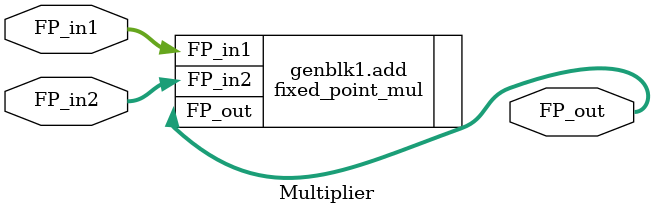
<source format=v>
`timescale 1ns / 1ps

/*********************************************************************************
* Create Date: 01/19/2021 08:53:06 PM                                            *
* Module Name: Multiplier                                                        *
* N : Number of bits 16 - 32 - 64                                                *
* E : Exponent Width 5  - 8  - 11                                                *
* M : Mantissa Width 10 - 23 - 52                                                *
* Bias: 2**(E-1)-1                                                               *
**********************************************************************************/

module Multiplier #(parameter ARITH_TYPE = 1, DATA_WIDTH = 32 , E=8, M=23 )
    (
    input [DATA_WIDTH-1:0] FP_in1,
    input [DATA_WIDTH-1:0] FP_in2,
    output [DATA_WIDTH-1:0] FP_out
    );
    
    generate
		if (ARITH_TYPE)
			fixed_point_mul    add (.FP_in1(FP_in1), .FP_in2(FP_in2), .FP_out(FP_out));
		else
			floating_point_mul add (.FP_in1(FP_in1), .FP_in2(FP_in2), .FP_out(FP_out));
    endgenerate
    
endmodule

</source>
